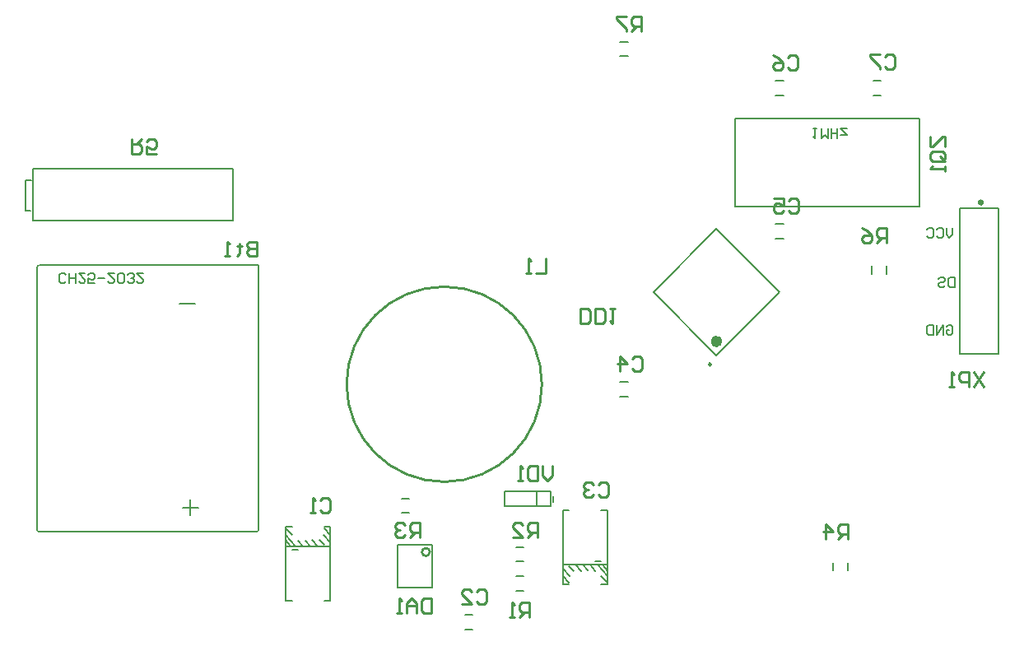
<source format=gbo>
G04 Layer_Color=32896*
%FSLAX44Y44*%
%MOMM*%
G71*
G01*
G75*
%ADD26C,0.2540*%
%ADD28C,0.2000*%
%ADD45C,0.6000*%
%ADD46C,0.2500*%
%ADD47R,0.2540X1.5240*%
D26*
X545402Y375000D02*
G03*
X545402Y375000I-100402J0D01*
G01*
X430126Y202420D02*
G03*
X430126Y202420I-4016J0D01*
G01*
X999000Y562000D02*
G03*
X999000Y562000I-2000J0D01*
G01*
X252570Y521811D02*
Y506576D01*
X244953D01*
X242413Y509115D01*
Y511654D01*
X244953Y514193D01*
X252570D01*
X244953D01*
X242413Y516733D01*
Y519272D01*
X244953Y521811D01*
X252570D01*
X234796Y519272D02*
Y516733D01*
X237335D01*
X232257D01*
X234796D01*
Y509115D01*
X232257Y506576D01*
X224639D02*
X219561D01*
X222100D01*
Y521811D01*
X224639Y519272D01*
X317331Y255130D02*
X319870Y257669D01*
X324949D01*
X327488Y255130D01*
Y244973D01*
X324949Y242434D01*
X319870D01*
X317331Y244973D01*
X312253Y242434D02*
X307175D01*
X309714D01*
Y257669D01*
X312253Y255130D01*
X478529Y161370D02*
X481068Y163909D01*
X486147D01*
X488686Y161370D01*
Y151213D01*
X486147Y148674D01*
X481068D01*
X478529Y151213D01*
X463294Y148674D02*
X473451D01*
X463294Y158831D01*
Y161370D01*
X465833Y163909D01*
X470912D01*
X473451Y161370D01*
X603693Y271366D02*
X606232Y273905D01*
X611311D01*
X613850Y271366D01*
Y261209D01*
X611311Y258670D01*
X606232D01*
X603693Y261209D01*
X598615Y271366D02*
X596076Y273905D01*
X590997D01*
X588458Y271366D01*
Y268827D01*
X590997Y266287D01*
X593537D01*
X590997D01*
X588458Y263748D01*
Y261209D01*
X590997Y258670D01*
X596076D01*
X598615Y261209D01*
X638589Y401412D02*
X641128Y403951D01*
X646207D01*
X648746Y401412D01*
Y391255D01*
X646207Y388716D01*
X641128D01*
X638589Y391255D01*
X625893Y388716D02*
Y403951D01*
X633511Y396334D01*
X623354D01*
X798741Y563932D02*
X801281Y566471D01*
X806359D01*
X808898Y563932D01*
Y553775D01*
X806359Y551236D01*
X801281D01*
X798741Y553775D01*
X783506Y566471D02*
X793663D01*
Y558853D01*
X788585Y561393D01*
X786045D01*
X783506Y558853D01*
Y553775D01*
X786045Y551236D01*
X791124D01*
X793663Y553775D01*
X798609Y711386D02*
X801149Y713925D01*
X806227D01*
X808766Y711386D01*
Y701229D01*
X806227Y698690D01*
X801149D01*
X798609Y701229D01*
X783374Y713925D02*
X788453Y711386D01*
X793531Y706308D01*
Y701229D01*
X790992Y698690D01*
X785913D01*
X783374Y701229D01*
Y703768D01*
X785913Y706308D01*
X793531D01*
X898497Y711546D02*
X901037Y714085D01*
X906115D01*
X908654Y711546D01*
Y701389D01*
X906115Y698850D01*
X901037D01*
X898497Y701389D01*
X893419Y714085D02*
X883262D01*
Y711546D01*
X893419Y701389D01*
Y698850D01*
X432000Y155035D02*
Y139800D01*
X424383D01*
X421843Y142339D01*
Y152496D01*
X424383Y155035D01*
X432000D01*
X416765Y139800D02*
Y149957D01*
X411687Y155035D01*
X406608Y149957D01*
Y139800D01*
Y147417D01*
X416765D01*
X401530Y139800D02*
X396452D01*
X398991D01*
Y155035D01*
X401530Y152496D01*
X585000Y437265D02*
Y452500D01*
X592617D01*
X595157Y449961D01*
Y439804D01*
X592617Y437265D01*
X585000D01*
X600235D02*
Y452500D01*
X607853D01*
X610392Y449961D01*
Y439804D01*
X607853Y437265D01*
X600235D01*
X615470Y452500D02*
X620549D01*
X618009D01*
Y437265D01*
X615470Y439804D01*
X549110Y504589D02*
Y489354D01*
X538953D01*
X533875D02*
X528797D01*
X531336D01*
Y504589D01*
X533875Y502050D01*
X532500Y135000D02*
Y150235D01*
X524883D01*
X522343Y147696D01*
Y142618D01*
X524883Y140078D01*
X532500D01*
X527422D02*
X522343Y135000D01*
X517265D02*
X512187D01*
X514726D01*
Y150235D01*
X517265Y147696D01*
X540542Y217694D02*
Y232929D01*
X532924D01*
X530385Y230390D01*
Y225312D01*
X532924Y222772D01*
X540542D01*
X535464D02*
X530385Y217694D01*
X515150D02*
X525307D01*
X515150Y227851D01*
Y230390D01*
X517689Y232929D01*
X522768D01*
X525307Y230390D01*
X420000Y217500D02*
Y232735D01*
X412383D01*
X409843Y230196D01*
Y225118D01*
X412383Y222578D01*
X420000D01*
X414922D02*
X409843Y217500D01*
X404765Y230196D02*
X402226Y232735D01*
X397147D01*
X394608Y230196D01*
Y227657D01*
X397147Y225118D01*
X399687D01*
X397147D01*
X394608Y222578D01*
Y220039D01*
X397147Y217500D01*
X402226D01*
X404765Y220039D01*
X859930Y215650D02*
Y230885D01*
X852312D01*
X849773Y228346D01*
Y223267D01*
X852312Y220728D01*
X859930D01*
X854852D02*
X849773Y215650D01*
X837077D02*
Y230885D01*
X844695Y223267D01*
X834538D01*
X123300Y627100D02*
Y611865D01*
X130918D01*
X133457Y614404D01*
Y619482D01*
X130918Y622022D01*
X123300D01*
X128378D02*
X133457Y627100D01*
X148692Y611865D02*
X138535D01*
Y619482D01*
X143614Y616943D01*
X146153D01*
X148692Y619482D01*
Y624561D01*
X146153Y627100D01*
X141074D01*
X138535Y624561D01*
X899992Y520634D02*
Y535869D01*
X892374D01*
X889835Y533330D01*
Y528251D01*
X892374Y525712D01*
X899992D01*
X894914D02*
X889835Y520634D01*
X874600Y535869D02*
X879679Y533330D01*
X884757Y528251D01*
Y523173D01*
X882218Y520634D01*
X877139D01*
X874600Y523173D01*
Y525712D01*
X877139Y528251D01*
X884757D01*
X647984Y737740D02*
Y752975D01*
X640367D01*
X637827Y750436D01*
Y745358D01*
X640367Y742818D01*
X647984D01*
X642906D02*
X637827Y737740D01*
X632749Y752975D02*
X622592D01*
Y750436D01*
X632749Y740279D01*
Y737740D01*
X556438Y291391D02*
Y281234D01*
X551360Y276156D01*
X546281Y281234D01*
Y291391D01*
X541203D02*
Y276156D01*
X533585D01*
X531046Y278695D01*
Y288852D01*
X533585Y291391D01*
X541203D01*
X525968Y276156D02*
X520890D01*
X523429D01*
Y291391D01*
X525968Y288852D01*
X1000000Y387735D02*
X989843Y372500D01*
Y387735D02*
X1000000Y372500D01*
X984765D02*
Y387735D01*
X977147D01*
X974608Y385196D01*
Y380117D01*
X977147Y377578D01*
X984765D01*
X969530Y372500D02*
X964452D01*
X966991D01*
Y387735D01*
X969530Y385196D01*
X944765Y630000D02*
Y619843D01*
X947304D01*
X957461Y630000D01*
X960000D01*
Y619843D01*
X957461Y604608D02*
X947304D01*
X944765Y607147D01*
Y612226D01*
X947304Y614765D01*
X957461D01*
X960000Y612226D01*
Y607147D01*
X954922Y609687D02*
X960000Y604608D01*
Y607147D02*
X957461Y604608D01*
X960000Y599530D02*
Y594451D01*
Y596991D01*
X944765D01*
X947304Y599530D01*
D28*
X29000Y498000D02*
G03*
X26000Y495000I0J-3000D01*
G01*
Y225000D02*
G03*
X28000Y223000I2000J0D01*
G01*
X252000D02*
G03*
X254000Y225000I0J2000D01*
G01*
X786000Y540000D02*
X794000D01*
X786000Y525000D02*
X794000D01*
X626000Y727500D02*
X634000D01*
X626000Y712500D02*
X634000D01*
X744480Y646950D02*
Y648220D01*
X933710D01*
X744480Y558050D02*
Y646950D01*
Y558050D02*
X933710Y558050D01*
X933710Y648220D02*
X933710Y558050D01*
X886000Y672500D02*
X894000D01*
X886000Y687500D02*
X894000D01*
X786000Y687500D02*
X794000D01*
X786000Y672500D02*
X794000D01*
X626000Y377500D02*
X634000D01*
X626000Y362500D02*
X634000D01*
X860000Y183500D02*
Y191500D01*
X845000Y183500D02*
Y191500D01*
X21740Y543170D02*
Y596510D01*
Y543170D02*
X227498D01*
Y596510D01*
X21740D02*
X227498D01*
X14120Y585080D02*
X20470Y585080D01*
X14120Y553330D02*
Y585080D01*
Y553330D02*
X19200Y553330D01*
X659946Y470000D02*
X725000Y535054D01*
Y404946D02*
X790054Y470000D01*
X725000Y535054D02*
X790054Y470000D01*
X659946D02*
X725000Y404946D01*
X900000Y488500D02*
Y496500D01*
X885000Y488500D02*
Y496500D01*
X518500Y177500D02*
X526500D01*
X518500Y162500D02*
X526500D01*
X518500Y207500D02*
X526500D01*
X518500Y192500D02*
X526500D01*
X600160Y193010D02*
X606510D01*
Y177770D02*
X611905Y171700D01*
X567140Y177770D02*
X573096Y171070D01*
X567140Y185390D02*
X574287Y177350D01*
X573490Y187930D02*
X578255Y182570D01*
X579840Y189200D02*
X585796Y182500D01*
X587460Y189200D02*
X592785Y183209D01*
X595080Y189200D02*
X600475Y183130D01*
X602700Y189200D02*
X612860Y177770D01*
X607780Y189200D02*
X612860Y182850D01*
X567140Y189200D02*
X612860D01*
X606510Y245080D02*
X612860Y245080D01*
Y168880D02*
Y245080D01*
X606510Y168880D02*
X612860D01*
X567140D02*
X573490D01*
X567140D02*
Y245080D01*
X573490Y245080D01*
X556750Y253690D02*
Y260040D01*
X507220Y265120D02*
X554210D01*
Y249880D02*
Y265120D01*
X507220Y249880D02*
X554210D01*
X507220D02*
Y265120D01*
X401000Y242500D02*
X409000D01*
X401000Y257500D02*
X409000D01*
X396900Y210040D02*
X432460Y210040D01*
X396900Y165590D02*
Y210040D01*
Y165590D02*
X417220D01*
X412140D02*
X432460Y165590D01*
Y210040D01*
X466000Y137500D02*
X474000D01*
X466000Y122500D02*
X474000D01*
X288490Y204490D02*
X294840D01*
X283095Y225800D02*
X288490Y219730D01*
X321904Y226430D02*
X327860Y219730D01*
X320713Y220150D02*
X327860Y212110D01*
X316745Y214930D02*
X321510Y209570D01*
X309204Y215000D02*
X315160Y208300D01*
X302215Y214291D02*
X307540Y208300D01*
X294525Y214370D02*
X299920Y208300D01*
X282140Y219730D02*
X292300Y208300D01*
X282140Y214650D02*
X287220Y208300D01*
X282140D02*
X327860D01*
X282140Y152420D02*
X288490Y152420D01*
X282140Y152420D02*
Y228620D01*
X288490D01*
X321510D02*
X327860D01*
Y152420D02*
Y228620D01*
X321510Y152420D02*
X327860Y152420D01*
X173000Y458000D02*
X189000D01*
X176000Y248000D02*
X192000D01*
X184000Y240000D02*
Y256000D01*
X29000Y498000D02*
X254000D01*
X26000Y225000D02*
Y495000D01*
X28000Y223000D02*
X252000D01*
X254000Y225000D02*
Y498000D01*
X975000Y406000D02*
X1015000D01*
Y480000D01*
X975000Y406000D02*
Y480000D01*
Y556000D01*
X1015000Y480000D02*
Y556000D01*
X975000D02*
X1015000D01*
X824490Y638060D02*
X827822D01*
X826156D01*
Y628063D01*
X824490Y629729D01*
X832821Y638060D02*
Y628063D01*
X836153Y631395D01*
X839485Y628063D01*
Y638060D01*
X842817Y628063D02*
Y638060D01*
Y633062D01*
X849482D01*
Y628063D01*
Y638060D01*
X852814Y631395D02*
X859479D01*
X852814Y638060D01*
X859479D01*
X55665Y480669D02*
X53998Y479003D01*
X50666D01*
X49000Y480669D01*
Y487334D01*
X50666Y489000D01*
X53998D01*
X55665Y487334D01*
X58997Y479003D02*
Y489000D01*
Y484002D01*
X65661D01*
Y479003D01*
Y489000D01*
X75658D02*
X68994D01*
X75658Y482336D01*
Y480669D01*
X73992Y479003D01*
X70660D01*
X68994Y480669D01*
X85655Y479003D02*
X78990D01*
Y484002D01*
X82323Y482336D01*
X83989D01*
X85655Y484002D01*
Y487334D01*
X83989Y489000D01*
X80656D01*
X78990Y487334D01*
X88987Y484002D02*
X95652D01*
X105648Y489000D02*
X98984D01*
X105648Y482336D01*
Y480669D01*
X103982Y479003D01*
X100650D01*
X98984Y480669D01*
X108981D02*
X110647Y479003D01*
X113979D01*
X115645Y480669D01*
Y487334D01*
X113979Y489000D01*
X110647D01*
X108981Y487334D01*
Y480669D01*
X118977D02*
X120644Y479003D01*
X123976D01*
X125642Y480669D01*
Y482336D01*
X123976Y484002D01*
X122310D01*
X123976D01*
X125642Y485668D01*
Y487334D01*
X123976Y489000D01*
X120644D01*
X118977Y487334D01*
X135639Y489000D02*
X128974D01*
X135639Y482336D01*
Y480669D01*
X133973Y479003D01*
X130640D01*
X128974Y480669D01*
X970000Y484997D02*
Y475000D01*
X965002D01*
X963335Y476666D01*
Y483331D01*
X965002Y484997D01*
X970000D01*
X953339Y483331D02*
X955005Y484997D01*
X958337D01*
X960003Y483331D01*
Y481665D01*
X958337Y479998D01*
X955005D01*
X953339Y478332D01*
Y476666D01*
X955005Y475000D01*
X958337D01*
X960003Y476666D01*
X961336Y434331D02*
X963002Y435997D01*
X966334D01*
X968000Y434331D01*
Y427666D01*
X966334Y426000D01*
X963002D01*
X961336Y427666D01*
Y430998D01*
X964668D01*
X958003Y426000D02*
Y435997D01*
X951339Y426000D01*
Y435997D01*
X948006D02*
Y426000D01*
X943008D01*
X941342Y427666D01*
Y434331D01*
X943008Y435997D01*
X948006D01*
X968000Y535997D02*
Y529332D01*
X964668Y526000D01*
X961336Y529332D01*
Y535997D01*
X951339Y534331D02*
X953005Y535997D01*
X956337D01*
X958003Y534331D01*
Y527666D01*
X956337Y526000D01*
X953005D01*
X951339Y527666D01*
X941342Y534331D02*
X943008Y535997D01*
X946340D01*
X948006Y534331D01*
Y527666D01*
X946340Y526000D01*
X943008D01*
X941342Y527666D01*
D45*
X728000Y419088D02*
G03*
X728000Y419088I-3000J0D01*
G01*
D46*
X719532Y395400D02*
G03*
X719532Y395400I-1250J0D01*
G01*
D47*
X540240Y257500D02*
D03*
M02*

</source>
